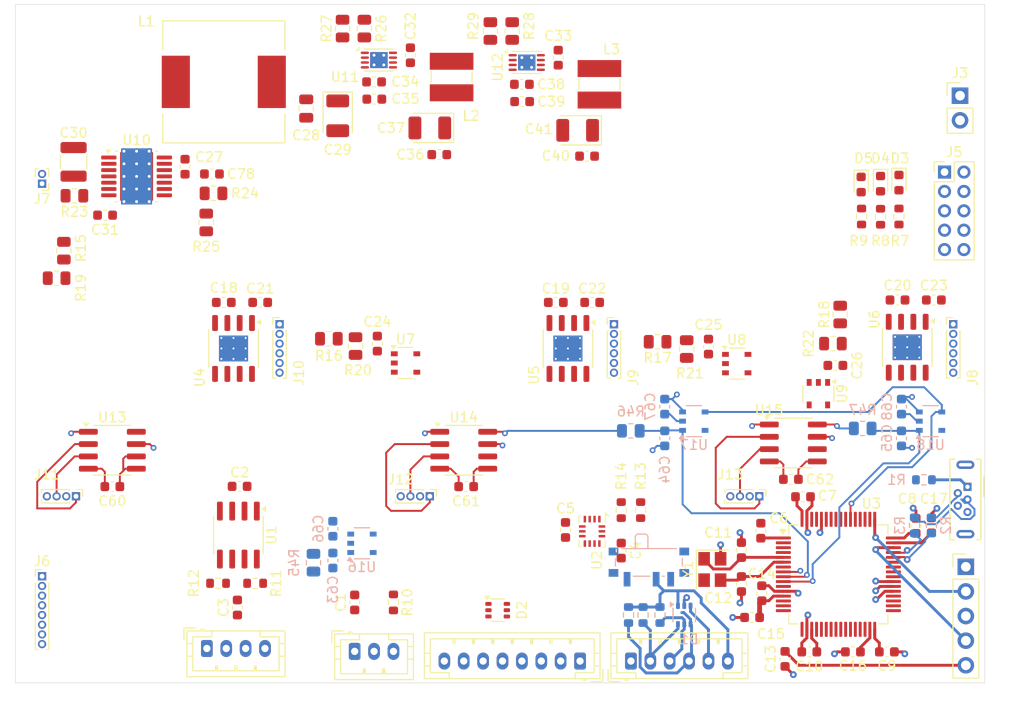
<source format=kicad_pcb>
(kicad_pcb (version 20240108) (generator "pcbnew") (generator_version "8.0")
  (title_block (comment 2 "BREKESHEV BAKTIYAR"))
  (layers (0 "F.Cu" signal) (1 "In1.Cu" signal) (2 "In2.Cu" signal) (31 "B.Cu" signal) (34 "B.Paste" user) (35 "F.Paste" user) (36 "B.SilkS" user "B.Silkscreen") (37 "F.SilkS" user "F.Silkscreen") (38 "B.Mask" user) (39 "F.Mask" user) (44 "Edge.Cuts" user))
  (net 0 "")
  (net 1 "/MCU/SERVO")
  (net 2 "GND")
  (net 3 "+5V")
  (net 4 "Net-(C3-Pad1)")
  (net 5 "VCC")
  (net 6 "Net-(U3-PH0-OSC_IN)")
  (net 7 "Net-(U3-PH1-OSC_OUT)")
  (net 8 "NRST")
  (net 9 "Net-(U3-VCAP1)")
  (net 10 "Net-(U3-VCAP2)")
  (net 11 "/Mosfet driver/HS1")
  (net 12 "Net-(U4-HB)")
  (net 13 "Net-(U5-HB)")
  (net 14 "/Mosfet driver/HS2")
  (net 15 "Net-(U6-HB)")
  (net 16 "/Mosfet driver/HS3")
  (net 17 "+12V")
  (net 18 "Net-(U7-IO_XA)")
  (net 19 "/MCU/VOLTAGE_1")
  (net 20 "Net-(U8-IO_XA)")
  (net 21 "/MCU/VOLTAGE_2")
  (net 22 "Net-(U9-IO_XA)")
  (net 23 "/MCU/VOLTAGE_3")
  (net 24 "Net-(C27-Pad2)")
  (net 25 "Net-(U10-BST)")
  (net 26 "V_IN")
  (net 27 "Net-(U10-SS)")
  (net 28 "Net-(U11-SW)")
  (net 29 "Net-(U11-BOOST)")
  (net 30 "Net-(U12-BOOST)")
  (net 31 "Net-(U12-SW)")
  (net 32 "Net-(U11-VCC)")
  (net 33 "Net-(U12-VCC)")
  (net 34 "/MCU/CURRENT_1")
  (net 35 "/MCU/CURRENT_2")
  (net 36 "/MCU/CURRENT_3")
  (net 37 "Net-(U16-IO_YA)")
  (net 38 "Net-(U17-IO_YA)")
  (net 39 "Net-(U18-IO_YA)")
  (net 40 "/MCU/ADC_TEMP")
  (net 41 "/MCU/ADC_TEMP2")
  (net 42 "/MCU/ADC_TEMP3")
  (net 43 "Net-(U10-VCC)")
  (net 44 "/MCU/HALL_1")
  (net 45 "Net-(P4-Pin_6)")
  (net 46 "/MCU/HALL_3")
  (net 47 "/MCU/TEMP_MOTOR")
  (net 48 "/MCU/HALL_2")
  (net 49 "/MCU/MISO_ADC_EXT2")
  (net 50 "/MCU/RX_SDA_NSS")
  (net 51 "/MCU/ADC_15")
  (net 52 "/MCU/TX_SCL_MOSI")
  (net 53 "/MCU/SCK_ADC_EXT")
  (net 54 "Net-(D3-A)")
  (net 55 "Net-(D4-A)")
  (net 56 "Net-(D5-A)")
  (net 57 "/Mosfet driver/HO1")
  (net 58 "/Mosfet driver/HO2")
  (net 59 "/Mosfet driver/HO3")
  (net 60 "/Mosfet driver/LO1")
  (net 61 "/Mosfet driver/LO2")
  (net 62 "/Mosfet driver/LO3")
  (net 63 "/CAN bus transceiver/CANL")
  (net 64 "/CAN bus transceiver/CANH")
  (net 65 "Net-(J4-Pin_3)")
  (net 66 "PB12")
  (net 67 "PA15")
  (net 68 "PB4")
  (net 69 "PB3")
  (net 70 "PB2")
  (net 71 "PC13")
  (net 72 "PC14")
  (net 75 "PC15")
  (net 76 "SWCLK")
  (net 77 "SWDIO")
  (net 78 "Net-(USB1-VBUS)")
  (net 79 "/MCU/LED_RED")
  (net 80 "/MCU/LED_GREEN")
  (net 81 "/MCU/AN_IN")
  (net 82 "Net-(U10-RON)")
  (net 83 "Net-(U10-FB)")
  (net 84 "Net-(U11-V_FB)")
  (net 85 "Net-(U12-V_FB)")
  (net 86 "/Power MOSFETS/C_A")
  (net 87 "/Power MOSFETS/C_B")
  (net 88 "/Power MOSFETS/C_C")
  (net 89 "/CAN bus transceiver/CAN_TX")
  (net 90 "/CAN bus transceiver/CAN_RX")
  (net 97 "/MCU/H1")
  (net 98 "/MCU/L1")
  (net 99 "/MCU/PC12")
  (net 100 "/MCU/PC11_UART_RX")
  (net 101 "/MCU/H3")
  (net 102 "/MCU/L2")
  (net 103 "/MCU/CURR_FILTER")
  (net 104 "/MCU/PC9")
  (net 105 "/MCU/H2")
  (net 106 "/MCU/PC10_UART_TX")
  (net 107 "/MCU/L3")
  (net 109 "Net-(J11-Pin_1)")
  (net 110 "Net-(J11-Pin_3)")
  (net 111 "Net-(J12-Pin_1)")
  (net 112 "Net-(J12-Pin_3)")
  (net 113 "Net-(J13-Pin_1)")
  (net 114 "Net-(J13-Pin_3)")
  (net 115 "/MCU/USB_D+")
  (net 116 "/MCU/USB_D-")
  (net 117 "/USB_+")
  (net 118 "/USB_-")
  (footprint "Resistor_SMD:R_0603_1608Metric" (layer "F.Cu") (at 120.9 209.3875 -90)
    (property "Reference" "R7")
    (property "Value" "100R")
  )
  (footprint "Resistor_SMD:R_0805_2012Metric" (layer "F.Cu") (at 64.8375 222.75 -90)
    (property "Reference" "R20")
    (property "Value" "2k2")
  )
  (footprint "Capacitor_SMD:C_0603_1608Metric" (layer "F.Cu") (at 64.75 249.2 90)
    (property "Reference" "C1")
    (property "Value" "100n")
  )
  (footprint "Capacitor_SMD:C_0603_1608Metric" (layer "F.Cu") (at 92.25 243.85 90)
    (property "Reference" "C4")
    (property "Value" "100n")
  )
  (footprint "Connector_PinHeader_1.00mm:PinHeader_1x06_P1.00mm_Vertical" (layer "F.Cu") (at 91.5 220.5)
    (property "Reference" "J9")
    (property "Value" "GATE_PH_B")
  )
  (footprint "Resistor_SMD:R_0805_2012Metric" (layer "F.Cu") (at 63.5 190 90)
    (property "Reference" "R27")
    (property "Value" "10k")
  )
  (footprint "Capacitor_SMD:C_0603_1608Metric" (layer "F.Cu") (at 55 218.25)
    (property "Reference" "C21")
    (property "Value" "2.2u")
  )
  (footprint "Capacitor_SMD:C_0603_1608Metric" (layer "F.Cu") (at 47.25 204.25 90)
    (property "Reference" "C27")
    (property "Value" "100n")
  )
  (footprint "Package_LGA:Bosch_LGA-14_3x2.5mm_P0.5mm" (layer "F.Cu") (at 89.245 241.865 -90)
    (property "Reference" "U2")
    (property "Value" "BMI160")
  )
  (footprint "Package_SO:SOIC-8_3.9x4.9mm_P1.27mm" (layer "F.Cu") (at 39.75 233.5)
    (property "Reference" "U13")
    (property "Value" "INA240")
  )
  (footprint "Package_SO:SOIC-8_3.9x4.9mm_P1.27mm" (layer "F.Cu") (at 110 232.75)
    (property "Reference" "U15")
    (property "Value" "INA240")
  )
  (footprint "Capacitor_SMD:C_0603_1608Metric" (layer "F.Cu") (at 105.75 250.75)
    (property "Reference" "C15")
    (property "Value" "2.2u")
  )
  (footprint "Capacitor_SMD:C_0603_1608Metric" (layer "F.Cu") (at 82 195.75)
    (property "Reference" "C38")
    (property "Value" "2.2u")
  )
  (footprint "Capacitor_SMD:C_1210_3225Metric" (layer "F.Cu") (at 35.75 203.75 90)
    (property "Reference" "C30")
    (property "Value" "4.7u_100V")
  )
  (footprint "Capacitor_Tantalum_SMD:CP_EIA-3528-15_AVX-H" (layer "F.Cu") (at 72.5 200.25 180)
    (property "Reference" "C37")
    (property "Value" "100u")
  )
  (footprint "Capacitor_SMD:C_0603_1608Metric" (layer "F.Cu") (at 120.75 218 180)
    (property "Reference" "C20")
    (property "Value" "100n")
  )
  (footprint "Crystal:Crystal_SMD_3225-4Pin_3.2x2.5mm" (layer "F.Cu") (at 101.65 245.8 -90)
    (property "Reference" "Y1")
    (property "Value" "8M")
  )
  (footprint "Package_SO:Infineon_PG-DSO-8-27_3.9x4.9mm_EP2.65x3mm_ThermalVias" (layer "F.Cu") (at 86.75 223 -90)
    (property "Reference" "U5")
    (property "Value" "UCC2721x")
  )
  (footprint "Capacitor_SMD:C_0603_1608Metric" (layer "F.Cu") (at 111.65 254.3)
    (property "Reference" "C10")
    (property "Value" "2.2u")
  )
  (footprint "Resistor_SMD:R_0603_1608Metric" (layer "F.Cu") (at 119 209.4125 -90)
    (property "Reference" "R8")
    (property "Value" "100R")
  )
  (footprint "Resistor_SMD:R_0805_2012Metric" (layer "F.Cu") (at 114.0875 222.5 180)
    (property "Reference" "R22")
    (property "Value" "2k2")
  )
  (footprint "Connector_PinHeader_1.00mm:PinHeader_1x04_P1.00mm_Vertical" (layer "F.Cu") (at 106.5 238.25 -90)
    (property "Reference" "J13")
    (property "Value" "CURR_SENS_PH_C")
  )
  (footprint "Connector_PinHeader_1.00mm:PinHeader_1x08_P1.00mm_Vertical" (layer "F.Cu") (at 32.5 246.5)
    (property "Reference" "J6")
    (property "Value" "TEMP_SENS")
  )
  (footprint "Package_DFN_QFN:TDFN-8-1EP_3x2mm_P0.5mm_EP1.80x1.65mm_ThermalVias" (layer "F.Cu") (at 82.5 193.5)
    (property "Reference" "U12")
    (property "Value" "MCP16311/2")
  )
  (footprint "Capacitor_SMD:C_0603_1608Metric" (layer "F.Cu") (at 85.75 193 -90)
    (property "Reference" "C33")
    (property "Value" "100n")
  )
  (footprint "Resistor_SMD:R_0805_2012Metric" (layer "F.Cu") (at 49.4375 210 90)
    (property "Reference" "R25")
    (property "Value" "2k")
  )
  (footprint "Capacitor_SMD:C_0603_1608Metric" (layer "F.Cu") (at 106.65 241.8 -90)
    (property "Reference" "C6")
    (property "Value" "2.2u")
  )
  (footprint "Connector_USB:USB_Micro-B_Wuerth_614105150721_Vertical" (layer "F.Cu") (at 127.97 237.275 -90)
    (property "Reference" "USB1" (hide yes))
    (property "Value" "USB Micro  U-D-M5DD-W-1")
  )
  (footprint "Capacitor_SMD:C_0603_1608Metric" (layer "F.Cu") (at 124.25 241.25 90)
    (property "Reference" "C17")
    (property "Value" "2.2u")
  )
  (footprint "Capacitor_SMD:C_0603_1608Metric" (layer "F.Cu") (at 85.5 218.25 180)
    (property "Reference" "C19")
    (property "Value" "100n")
  )
  (footprint "Connector_PinHeader_2.54mm:PinHeader_1x05_P2.54mm_Vertical" (layer "F.Cu") (at 127.8 245.525)
    (property "Reference" "P5" (hide yes))
    (property "Value" "SWD")
  )
  (footprint "Package_SO:TSOP-5_1.65x3.05mm_P0.95mm" (layer "F.Cu") (at 104.1625 224.56)
    (property "Reference" "U8")
    (property "Value" "MC74VHC1GT66")
  )
  (footprint "Capacitor_SMD:C_0603_1608Metric" (layer "F.Cu") (at 52.88 237.225)
    (property "Reference" "C2")
    (property "Value" "0.1u")
  )
  (footprint "Connector_PinHeader_1.00mm:PinHeader_1x06_P1.00mm_Vertical" (layer "F.Cu") (at 126.5 220.5)
    (property "Reference" "J8")
    (property "Value" "GATE_PH_C")
  )
  (footprint "Package_SO:HTSSOP-14-1EP_4.4x5mm_P0.65mm_EP3.4x5mm_Mask3x3.1mm_ThermalVias" (layer "F.Cu") (at 42.25 205.25)
    (property "Reference" "U10")
    (property "Value" "LM5161")
  )
  (footprint "Package_QFP:LQFP-64_10x10mm_P0.5mm" (layer "F.Cu") (at 114.65 246.3)
    (property "Reference" "U3")
    (property "Value" "STM32F405RGT6")
  )
  (footprint "Connector_PinHeader_1.00mm:PinHeader_1x02_P1.00mm_Vertical" (layer "F.Cu") (at 32.5 206 180)
    (property "Reference" "J7")
    (property "Value" "V_IN")
  )
  (footprint "Resistor_SMD:R_0805_2012Metric" (layer "F.Cu") (at 99 223.06 -90)
    (property "Reference" "R21")
    (property "Value" "2k2")
  )
  (footprint "Resistor_SMD:R_0805_2012Metric" (layer "F.Cu") (at 50.1875 207)
    (property "Reference" "R24")
    (property "Value" "10k")
  )
  (footprint "Connector_JST:JST_PH_B8B-PH-K_1x08_P2.00mm_Vertical" (layer "F.Cu") (at 88 255.25 180)
    (property "Reference" "J2" (hide yes))
    (property "Value" "Conn_01x08")
  )
  (footprint "Capacitor_SMD:C_0603_1608Metric" (layer "F.Cu") (at 104.65 243.8 90)
    (property "Reference" "C11")
    (property "Value" "15p")
  )
  (footprint "Resistor_SMD:R_0805_2012Metric" (layer "F.Cu") (at 114.8375 219.5 90)
    (property "Reference" "R18")
    (property "Value" "68k")
  )
  (footprint "Resistor_SMD:R_0603_1608Metric" (layer "F.Cu") (at 92.25 239.675 90)
    (property "Reference" "R14")
    (property "Value" "1k")
  )
  (footprint "Resistor_SMD:R_0805_2012Metric" (layer "F.Cu") (at 62.0875 222 180)
    (property "Reference" "R16")
    (property "Value" "68k")
  )
  (footprint "Capacitor_SMD:C_0603_1608Metric" (layer "F.Cu") (at 86.5 241.725 90)
    (property "Reference" "C5")
    (property "Value" "100n")
  )
  (footprint "Package_SO:TSOP-5_1.65x3.05mm_P0.95mm" (layer "F.Cu") (at 112.5875 227.6625 -90)
    (property "Reference" "U9")
    (property "Value" "MC74VHC1GT66")
  )
  (footprint "LED_SMD:LED_0603_1608Metric" (layer "F.Cu") (at 117 206.0875 -90)
    (property "Reference" "D5")
    (property "Value" "BLU")
  )
  (footprint "Capacitor_SMD:C_0603_1608Metric" (layer "F.Cu") (at 67.0875 222.5 -90)
    (property "Reference" "C24")
    (property "Value" "100n")
  )
  (footprint "Capacitor_SMD:C_0603_1608Metric" (layer "F.Cu") (at 111 238.3 180)
    (property "Reference" "C7")
    (property "Value" "2.2u")
  )
  (footprint "Resistor_SMD:R_0805_2012Metric" (layer "F.Cu") (at 34.75 212.9125 -90)
    (property "Reference" "R15")
    (property "Value" "68k")
  )
  (footprint "Capacitor_SMD:C_0603_1608Metric" (layer "F.Cu") (at 89.25 218.25)
    (property "Reference" "C22")
    (property "Value" "2.2u")
  )
  (footprint "Capacitor_SMD:C_0603_1608Metric" (layer "F.Cu") (at 51.25 218.25 180)
    (property "Reference" "C18")
    (property "Value" "100n")
  )
  (footprint "Connector_JST:JST_PH_B6B-PH-K_1x06_P2.00mm_Vertical" (layer "F.Cu") (at 93.25 255.25)
    (property "Reference" "P4" (hide yes))
    (property "Value" "HALL/Encoder")
  )
  (footprint "Capacitor_SMD:C_0603_1608Metric" (layer "F.Cu") (at 116.15 254.3 180)
    (property "Reference" "C16")
    (property "Value" "2.2u")
  )
  (footprint "Resistor_SMD:R_0603_1608Metric" (layer "F.Cu") (at 117.04 209.3875 -90)
    (property "Reference" "R9")
    (property "Value" "2k2")
  )
  (footprint "Capacitor_Tantalum_SMD:CP_EIA-3528-15_AVX-H" (layer "F.Cu") (at 63 199 -90)
    (property "Reference" "C29")
    (property "Value" "22u_16v")
  )
  (footprint "Capacitor_SMD:C_0603_1608Metric" (layer "F.Cu") (at 73.475 203 180)
    (property "Reference" "C36")
    (property "Value" "2.2u")
  )
  (footprint "Connector_PinHeader_1.00mm:PinHeader_1x04_P1.00mm_Vertical" (layer "F.Cu") (at 36 238.25 -90)
    (property "Reference" "J11")
    (property "Value" "CURR_SENS_PH_A")
  )
  (footprint "Capacitor_SMD:C_0603_1608Metric" (layer "F.Cu") (at 88.725 203.1625 180)
    (property "Reference" "C40")
    (property "Value" "2.2u")
  )
  (footprint "Package_SO:TSOP-5_1.65x3.05mm_P0.95mm" (layer "F.Cu") (at 69.9975 224.5)
    (property "Reference" "U7")
    (property "Value" "MC74VHC1GT66")
  )
  (footprint "Connector_PinHeader_1.00mm:PinHeader_1x04_P1.00mm_Vertical" (layer "F.Cu") (at 72.5 238.25 -90)
    (property "Reference" "J12")
    (property "Value" "CURR_SENS_PH_B")
  )
  (footprint "Resistor_SMD:R_0805_2012Metric" (layer "F.Cu") (at 65.75 190 -90)
    (property "Reference" "R26")
    (property "Value" "52.3k")
  )
  (footprint "Capacitor_SMD:C_0603_1608Metric" (layer "F.Cu") (at 114.3375 224.75 180)
    (property "Reference" "C26")
    (property "Value" "100n")
  )
  (footprint "Capacitor_SMD:C_0603_1608Metric" (layer "F.Cu") (at 39.75 237.25 180)
    (property "Reference" "C60")
    (property "Value" "2.2u")
  )
  (footprint "Capacitor_SMD:C_0603_1608Metric" (layer "F.Cu") (at 101.25 222.81 -90)
    (property "Reference" "C25")
    (property "Value" "100n")
  )
  (footprint "Capacitor_SMD:C_0603_1608Metric" (layer "F.Cu") (at 119.65 254.3 180)
    (property "Reference" "C9")
    (property "Value" "2.2u")
  )
  (footprint "Capacitor_SMD:C_0603_1608Metric" (layer "F.Cu") (at 50.025 205)
    (property "Reference" "C78")
    (property "Value" "2.2u")
  )
  (footprint "Capacitor_SMD:C_0805_2012Metric" (layer "F.Cu") (at 59.75 198.25 -90)
    (property "Reference" "C28")
    (property "Value" "2.2u")
  )
  (footprint "Inductor_SMD:L_Ferrocore_DLG-0403" (layer "F.Cu") (at 74.75 195 90)
    (property "Reference" "L2")
    (property "Value" "22u")
  )
  (footprint "Capacitor_SMD:C_0603_1608Metric" (layer "F.Cu") (at 124.5 218)
    (property "Reference" "C23")
    (property "Value" "2.2u")
  )
  (footprint "Package_SO:SOIC-8_3.9x4.9mm_P1.27mm" (layer "F.Cu") (at 52.75 242.25 -90)
    (property "Reference" "U1")
    (property "Value" "TJA1051T/3/1J")
  )
  (footprint "Connector_JST:JST_PH_B4B-PH-K_1x04_P2.00mm_Vertical" (layer "F.Cu") (at 49.5 253.95)
    (property "Reference" "J1" (hide yes))
    (property "Value" "CAN")
  )
  (footprint "Resistor_SMD:R_0603_1608Metric" (layer "F.Cu") (at 54.48 247.225 180)
    (property "Reference" "R11")
    (property "Value" "60")
  )
  (footprint "Capacitor_SMD:C_0603_1608Metric" (layer "F.Cu") (at 109.15 255.025 90)
    (property "Reference" "C13")
    (property "Value" "100n")
  )
  (footprint "Connector_PinHeader_2.00mm:PinHeader_2x05_P2.00mm_Vertical" (layer "F.Cu") (at 125.6 204.8)
    (property "Reference" "J5")
    (property "Value" "UNUSED MCU PINS")
  )
  (footprint "Package_SO:Infineon_PG-DSO-8-27_3.9x4.9mm_EP2.65x3mm_ThermalVias" (layer "F.Cu") (at 52.25 223 -90)
    (property "Reference" "U4")
    (property "Value" "UCC2721x")
  )
  (footprint "Resistor_SMD:R_0805_2012Metric" (layer "F.Cu") (at 96 222.31 180)
    (property "Reference" "R17")
    (property "Value" "68k")
  )
  (footprint "Capacitor_SMD:C_0603_1608Metric" (layer "F.Cu") (at 106.75 248.25 -90)
    (property "Reference" "C14")
    (property "Value" "2.2u")
  )
  (footprint "Capacitor_SMD:C_0603_1608Metric" (layer "F.Cu") (at 66.75 195.5)
    (property "Reference" "C34")
    (property "Value" "2.2u")
  )
  (footprint "Connector_PinHeader_1.00mm:PinHeader_1x06_P1.00mm_Vertical" (layer "F.Cu") (at 57 220.5)
    (property "Reference" "J10")
    (property "Value" "GATE_PH_A")
  )
  (footprint "Capacitor_SMD:C_0603_1608Metric" (layer "F.Cu") (at 82.025 197.53)
    (property "Reference" "C39")
    (property "Value" "2.2u")
  )
  (footprint "Package_TO_SOT_SMD:SOT-363_SC-70-6" (layer "F.Cu") (at 79.5 250)
    (property "Reference" "D2")
    (property "Value" " SMF05CT1G")
  )
  (footprint "Package_SO:Infineon_PG-DSO-8-27_3.9x4.9mm_EP2.65x3mm_ThermalVias" (layer "F.Cu") (at 121.75 222.875 -90)
    (property "Reference" "U6")
    (property "Value" "UCC2721x")
  )
  (footprint "Capacitor_SMD:C_0603_1608Metric" (layer "F.Cu") (at 39 209.25)
    (property "Reference" "C31")
    (property "Value" "10n")
  )
  (footprint "Connector_PinHeader_2.54mm:PinHeader_1x02_P2.54mm_Vertical" (layer "F.Cu") (at 127.2 196.925)
    (property "Reference" "J3")
    (property "Value" "Conn_01x03")
  )
  (footprint "Resistor_SMD:R_0805_2012Metric" (layer "F.Cu") (at 34 215.75)
    (property "Reference" "R19")
    (property "Value" "2.2k")
  )
  (footprint "Package_SO:SOIC-8_3.9x4.9mm_P1.27mm" (layer "F.Cu") (at 76 233.5)
    (property "Reference" "U14")
    (property "Value" "INA240")
  )
  (footprint "Connector_JST:JST_PH_B3B-PH-K_1x03_P2.00mm_Vertical" (layer "F.Cu") (at 64.75 254.25)
    (property "Reference" "J4" (hide yes))
    (property "Value" "Conn_01x03")
  )
  (footprint "Capacitor_SMD:C_0603_1608Metric" (layer "F.Cu") (at 52.655 249.725 90)
    (property "Reference" "C3")
    (property "Value" "1nF")
  )
  (footprint "Capacitor_SMD:C_0603_1608Metric" (layer "F.Cu") (at 70.5 192.75 -90)
    (property "Reference" "C32")
    (property "Value" "100n")
  )
  (footprint "Resistor_SMD:R_0805_2012Metric" (layer "F.Cu") (at 35.8375 207.25 180)
    (property "Reference" "R23")
    (property "Value" "402k")
  )
  (footprint "Resistor_SMD:R_0603_1608Metric" (layer "F.Cu") (at 68.75 249.2 -90)
    (property "Reference" "R10")
    (property "Value" "100R")
  )
  (footprint "LED_SMD:LED_0603_1608Metric" (layer "F.Cu") (at 119 206 -90)
    (property "Reference" "D4")
    (property "Value" "GRN")
  )
  (footprint "Capacitor_Tantalum_SMD:CP_EIA-3528-15_AVX-H" (layer "F.Cu") (at 87.75 200.5 180)
    (property "Reference" "C41")
    (property "Value" "100u")
  )
  (footprint "Resistor_SMD:R_0603_1608Metric" (layer "F.Cu") (at 50.655 247.225 180)
    (property "Reference" "R12")
    (property "Value" "60")
  )
  (footprint "Resistor_SMD:R_0805_2012Metric" (layer "F.Cu") (at 78.75 190.25 90)
    (property "Reference" "R29")
    (property "Value" "10k")
  )
  (footprint "Capacitor_SMD:C_0603_1608Metric" (layer "F.Cu") (at 122.65 241.3 -90)
    (property "Reference" "C8")
    (property "Value" "2.2u")
  )
  (footprint "Resistor_SMD:R_0805_2012Metric" (layer "F.Cu") (at 81 190.25 -90)
    (property "Reference" "R28")
    (property "Value" "33k")
  )
  (footprint "Capacitor_SMD:C_0603_1608Metric" (layer "F.Cu") (at 104.65 247.3 -90)
    (property "Reference" "C12")
    (property "Value" "15p")
  )
  (footprint "LED_SMD:LED_0603_1608Metric" (layer "F.Cu") (at 120.9 205.8875 -90)
    (property "Reference" "D3")
    (property "Value" "RED")
  )
  (footprint "Resistor_SMD:R_0603_1608Metric" (layer "F.Cu") (at 94.25 239.675 -90)
    (property "Reference" "R13")
    (property "Value" "1k")
  )
  (footprint "Capacitor_SMD:C_0603_1608Metric" (layer "F.Cu") (at 76.25 237.25 180)
    (property "Reference" "C61")
    (property "Value" "2.2u")
  )
  (footprint "Capacitor_SMD:C_0603_1608Metric" (layer "F.Cu") (at 109.75 236.5 180)
    (property "Reference" "C62")
    (property "Value" "2.2u")
  )
  (footprint "Inductor_SMD:L_Ferrocore_DLG-0403" (layer "F.Cu") (at 90 195.75 90)
    (property "Reference" "L3")
    (property "Value" "22u")
  )
  (footprint "Package_DFN_QFN:TDFN-8-1EP_3x2mm_P0.5mm_EP1.80x1.65mm_ThermalVias" (layer "F.Cu") (at 67.25 193.25)
    (property "Reference" "U11")
    (property "Value" "MCP16311/2")
  )
  (footprint "Inductor_SMD:L_12x12mm_H8mm" (layer "F.Cu") (at 51.25 195.5 180)
    (property "Reference" "L1")
    (property "Value" "100u")
  )
  (footprint "Capacitor_SMD:C_0603_1608Metric" (layer "F.Cu") (at 66.775 197.28)
    (property "Reference" "C35")
    (property "Value" "2.2u")
  )
  (footprint "Resistor_SMD:R_0603_1608Metric" (layer "B.Cu") (at 93 250.5 -90)
    (property "Reference" "R4" (hide yes))
    (property "Value" "2k2")
  )
  (footprint "Resistor_SMD:R_0603_1608Metric" (layer "B.Cu") (at 94.5 250.5 -90)
    (property "Reference" "R6" (hide yes))
    (property "Value" "2k2")
  )
  (footprint "Capacitor_SMD:C_0603_1608Metric" (layer "B.Cu") (at 121.16 232.275 -90)
    (property "Reference" "C65")
    (property "Value" "1n")
  )
  (footprint "Resistor_SMD:R_0603_1608Metric" (layer "B.Cu") (at 96.25 250.5 -90)
    (property "Reference" "R5" (hide yes))
    (property "Value" "2k2")
  )
  (footprint "Package_TO_SOT_SMD:SOT-363_SC-70-6" (layer "B.Cu") (at 98.75 250.5 -90)
    (property "Reference" "D1")
    (property "Value" " SMF05CT1G")
  )
  (footprint "Package_SO:TSOP-5_1.65x3.05mm_P0.95mm" (layer "B.Cu") (at 65.5 243.1)
    (property "Reference" "U16")
    (property "Value" "MC74VHC1GT66")
  )
  (footprint "Capacitor_SMD:C_0603_1608Metric" (layer "B.Cu") (at 121.16 229 90)
    (property "Reference" "C68")
    (property "Value" "15n")
  )
  (footprint "Resistor_SMD:R_0805_2012Metric" (layer "B.Cu") (at 60.5 245.1 90)
    (property "Reference" "R45")
    (property "Value" "1k")
  )
  (footprint "Capacitor_SMD:C_0603_1608Metric" (layer "B.Cu") (at 96.7375 229 90)
    (property "Reference" "C67")
    (property "Value" "15n")
  )
  (footprint "Resistor_SMD:R_0603_1608Metric" (layer "B.Cu") (at 124.25 241.25 90)
    (property "Reference" "R3")
    (property "Value" "22R")
  )
  (footprint "Resistor_SMD:R_0805_2012Metric" (layer "B.Cu") (at 93.2375 231.5)
    (property "Reference" "R46")
    (property "Value" "1k")
  )
  (footprint "Resistor_SMD:R_0603_1608Metric" (layer "B.Cu") (at 122.5 241.25 90)
    (property "Reference" "R2")
    (property "Value" "22R")
  )
  (footprint "Package_SO:TSOP-5_1.65x3.05mm_P0.95mm" (layer "B.Cu") (at 99.7375 230.5)
    (property "Reference" "U17")
    (property "Value" "MC74VHC1GT66")
  )
  (footprint "Package_SO:TSOP-5_1.65x3.05mm_P0.95mm" (layer "B.Cu") (at 124.16 230.5)
    (property "Reference" "U18")
    (property "Value" "MC74VHC1GT66")
  )
  (footprint "Resistor_SMD:R_0805_2012Metric" (layer "B.Cu") (at 117.16 231.25)
    (property "Reference" "R47")
    (property "Value" "1k")
  )
  (footprint "Capacitor_SMD:C_0603_1608Metric" (layer "B.Cu") (at 62.5 241.6 90)
    (property "Reference" "C66")
    (property "Value" "15n")
  )
  (footprint "Capacitor_SMD:C_0603_1608Metric" (layer "B.Cu") (at 96.7375 232.275 -90)
    (property "Reference" "C64")
    (property "Value" "1n")
  )
  (footprint "Resistor_SMD:R_0603_1608Metric" (layer "B.Cu") (at 123.475 236.55)
    (property "Reference" "R1")
    (property "Value" "22R")
  )
  (footprint "Button_Switch_SMD:SW_SPDT_PCM12" (layer "B.Cu") (at 95.1 245.375)
    (property "Reference" "SW1" (hide yes))
    (property "Value" "SW_Push_SPDT")
  )
  (footprint "Capacitor_SMD:C_0603_1608Metric" (layer "B.Cu") (at 62.5 244.875 -90)
    (property "Reference" "C63")
    (property "Value" "1n")
  )
  (gr_rect (start 29.75 187.5) (end 129.75 257.5) (stroke (width 0.05)) (fill none) (layer "Edge.Cuts"))
  (segment (start 115.375 254.3) (end 114.45 254.3) (width 0.3) (layer "F.Cu") (net 2))
  (segment (start 124.25 240.057561) (end 124.814185 239.493376) (width 0.3) (layer "F.Cu") (net 2))
  (segment (start 43.615 232.865) (end 42.225 232.865) (width 0.2) (layer "F.Cu") (net 2))
  (segment (start 74.655 235.405) (end 75.475 236.225) (width 0.2) (layer "F.Cu") (net 2))
  (segment (start 38.975 235.725) (end 38.975 237.25) (width 0.2) (layer "F.Cu") (net 2))
  (segment (start 111.65 239.5) (end 111.925 239.225) (width 0.3) (layer "F.Cu") (net 2))
  (segment (start 113.865 232.115) (end 112.475 232.115) (width 0.2) (layer "F.Cu") (net 2))
  (segment (start 105.905 230.845) (end 107.525 230.845) (width 0.2) (layer "F.Cu") (net 2))
  (segment (start 104.65 243.025) (end 104.65 242.15) (width 0.3) (layer "F.Cu") (net 2))
  (segment (start 108.975 248.05) (end 108.05 248.05) (width 0.3) (layer "F.Cu") (net 2))
  (segment (start 107.475 247.475) (end 106.75 247.475) (width 0.3) (layer "F.Cu") (net 2))
  (segment (start 122.65 240.525) (end 122.65 239.75825) (width 0.3) (layer "F.Cu") (net 2))
  (segment (start 114.45 254.3) (end 114.25 254.5) (width 0.3) (layer "F.Cu") (net 2))
  (segment (start 108.975 248.05) (end 110.3 248.05) (width 0.3) (layer "F.Cu") (net 2))
  (segment (start 121.5 254.5) (end 121.3 254.3) (width 0.3) (layer "F.Cu") (net 2))
  (segment (start 111.4 241.9) (end 111.5 242) (width 0.3) (layer "F.Cu") (net 2))
  (segment (start 35.655 231.595) (end 37.275 231.595) (width 0.2) (layer "F.Cu") (net 2))
  (segment (start 104.975 250.75) (end 103.75 250.75) (width 0.3) (layer "F.Cu") (net 2))
  (segment (start 111.4 239.74688) (end 111.64688 239.5) (width 0.3) (layer "F.Cu") (net 2))
  (segment (start 109.15 255.8) (end 110 256.65) (width 0.3) (layer "F.Cu") (net 2))
  (segment (start 111.15312 253.1) (end 111.15 253.1) (width 0.3) (layer "F.Cu") (net 2))
  (segment (start 108.05 248.05) (end 107.475 247.475) (width 0.3) (layer "F.Cu") (net 2))
  (segment (start 102.5 244.7) (end 102.5 243.25) (width 0.3) (layer "F.Cu") (net 2))
  (segment (start 124.25 240.475) (end 124.25 240.057561) (width 0.3) (layer "F.Cu") (net 2))
  (segment (start 108.655 234.655) (end 108.975 234.975) (width 0.2) (layer "F.Cu") (net 2))
  (segment (start 122.65 239.75825) (end 122.36675 239.475) (width 0.3) (layer "F.Cu") (net 2))
  (segment (start 75.475 236.225) (end 75.475 237.25) (width 0.2) (layer "F.Cu") (net 2))
  (segment (start 44 233.25) (end 43.615 232.865) (width 0.2) (layer "F.Cu") (net 2))
  (segment (start 105.75 231) (end 105.905 230.845) (width 0.2) (layer "F.Cu") (net 2))
  (segment (start 111.4 250.6) (end 111.5 250.5) (width 0.3) (layer "F.Cu") (net 2))
  (segment (start 114 232.25) (end 113.865 232.115) (width 0.2) (layer "F.Cu") (net 2))
  (segment (start 111.15 253.1) (end 110.875 253.375) (width 0.3) (layer "F.Cu") (net 2))
  (segment (start 35.5 231.75) (end 35.655 231.595) (width 0.2) (layer "F.Cu") (net 2))
  (segment (start 72.155 231.595) (end 73.525 231.595) (width 0.2) (layer "F.Cu") (net 2))
  (segment (start 111.4 251.975) (end 111.4 252.85312) (width 0.3) (layer "F.Cu") (net 2))
  (segment (start 107.525 234.655) (end 108.655 234.655) (width 0.2) (layer "F.Cu") (net 2))
  (segment (start 79.865 232.865) (end 78.475 232.865) (width 0.2) (layer "F.Cu") (net 2))
  (segment (start 104.65 242.15) (end 104.5 242) (width 0.3) (layer "F.Cu") (net 2))
  (segment (start 80 233) (end 79.865 232.865) (width 0.2) (layer "F.Cu") (net 2))
  (segment (start 111.64688 239.5) (end 111.65 239.5) (width 0.3) (layer "F.Cu") (net 2))
  (segment (start 111.4 252.85312) (end 111.15312 253.1) (width 0.3) (layer "F.Cu") (net 2))
  (segment (start 111.4 240.625) (end 111.4 241.9) (width 0.3) (layer "F.Cu") (net 2))
  (segment (start 112.9 240.625) (end 112.9 241.85) (width 0.3) (layer "F.Cu") (net 2))
  (segment (start 110.875 253.375) (end 110.875 254.3) (width 0.3) (layer "F.Cu") (net 2))
  (segment (start 72 231.75) (end 72.155 231.595) (width 0.2) (layer "F.Cu") (net 2))
  (segment (start 37.275 235.405) (end 38.655 235.405) (width 0.2) (layer "F.Cu") (net 2))
  (segment (start 111.4 240.625) (end 111.4 239.74688) (width 0.3) (layer "F.Cu") (net 2))
  (segment (start 111.925 239.225) (end 111.925 238.3) (width 0.3) (layer "F.Cu") (net 2))
  (segment (start 73.525 235.405) (end 74.655 235.405) (width 0.2) (layer "F.Cu") (net 2))
  (segment (start 104.65 248.075) (end 104.65 249.1) (width 0.3) (layer "F.Cu") (net 2))
  (segment (start 104.65 249.1) (end 104.5 249.25) (width 0.3) (layer "F.Cu") (net 2))
  (segment (start 121.3 254.3) (end 120.425 254.3) (width 0.3) (layer "F.Cu") (net 2))
  (segment (start 111.4 251.975) (end 111.4 250.6) (width 0.3) (layer "F.Cu") (net 2))
  (segment (start 108.975 234.975) (end 108.975 236.5) (width 0.2) (layer "F.Cu") (net 2))
  (segment (start 110.3 248.05) (end 110.5 248.25) (width 0.3) (layer "F.Cu") (net 2))
  (segment (start 38.655 235.405) (end 38.975 235.725) (width 0.2) (layer "F.Cu") (net 2))
  (segment (start 112.9 241.85) (end 112.75 242) (width 0.3) (layer "F.Cu") (net 2))
  (via (at 104.5 242) (size 0.7) (drill 0.3) (layers "F.Cu" "B.Cu") (net 2))
  (via (at 110.5 248.25) (size 0.7) (drill 0.3) (layers "F.Cu" "B.Cu") (net 2))
  (via (at 35.5 231.75) (size 0.6) (drill 0.3) (layers "F.Cu" "B.Cu") (net 2))
  (via (at 110 256.65) (size 0.7) (drill 0.3) (layers "F.Cu" "B.Cu") (net 2))
  (via (at 102.5 243.25) (size 0.7) (drill 0.3) (layers "F.Cu" "B.Cu") (net 2))
  (via (at 122.25 233.25) (size 0.6) (drill 0.3) (layers "F.Cu" "B.Cu") (net 2))
  (via (at 99 248.7) (size 0.7) (drill 0.3) (layers "F.Cu" "B.Cu") (net 2))
  (via (at 111.5 242) (size 0.7) (drill 0.3) (layers "F.Cu" "B.Cu") (net 2))
  (via (at 114.25 254.5) (size 0.7) (drill 0.3) (layers "F.Cu" "B.Cu") (net 2))
  (via (at 97.9875 227.75) (size 0.6) (drill 0.3) (layers "F.Cu" "B.Cu") (net 2))
  (via (at 122.25 228) (size 0.6) (drill 0.3) (layers "F.Cu" "B.Cu") (net 2))
  (via (at 124.814185 239.493376) (size 0.7) (drill 0.3) (layers "F.Cu" "B.Cu") (net 2))
  (via (at 44 233.25) (size 0.6) (drill 0.3) (layers "F.Cu" "B.Cu") (net 2))
  (via (at 121.5 254.5) (size 0.7) (drill 0.3) (layers "F.Cu" "B.Cu") (net 2))
  (via (at 72 231.75) (size 0.6) (drill 0.3) (layers "F.Cu" "B.Cu") (net 2))
  (via (at 104.5 249.25) (size 0.7) (drill 0.3) (layers "F.Cu" "B.Cu") (net 2))
  (via (at 103.75 250.75) (size 0.7) (drill 0.3) (layers "F.Cu" "B.Cu") (net 2))
  (via (at 80 233) (size 0.6) (drill 0.3) (layers "F.Cu" "B.Cu") (net 2))
  (via (at 122.36675 239.475) (size 0.7) (drill 0.3) (layers "F.Cu" "B.Cu") (net 2))
  (via (at 111.5 250.5) (size 0.7) (drill 0.3) (layers "F.Cu" "B.Cu") (net 2))
  (via (at 112.75 242) (size 0.7) (drill 0.3) (layers "F.Cu" "B.Cu") (net 2))
  (via (at 95.4875 233.5) (size 0.6) (drill 0.3) (layers "F.Cu" "B.Cu") (net 2))
  (via (at 105.75 231) (size 0.6) (drill 0.3) (layers "F.Cu" "B.Cu") (net 2))
  (via (at 114 232.25) (size 0.6) (drill 0.3) (layers "F.Cu" "B.Cu") (net 2))
  (segment (start 96.7375 233.05) (end 95.9375 233.05) (width 0.2) (layer "B.Cu") (net 2))
  (segment (start 98.75 248.95) (end 99 248.7) (width 0.3) (layer "B.Cu") (net 2))
  (segment (start 122.25 228) (end 121.385 228) (width 0.2) (layer "B.Cu") (net 2))
  (segment (start 121.675 228.225) (end 121.16 228.225) (width 0.2) (layer "B.Cu") (net 2))
  (segment (start 121.36 233.25) (end 121.16 233.05) (width 0.2) (layer "B.Cu") (net 2))
  (segment (start 121.385 228) (end 121.16 228.225) (width 0.2) (layer "B.Cu") (net 2))
  (segment (start 96.7375 228.225) (end 97.5125 228.225) (width 0.2) (layer "B.Cu") (net 2))
  (segment (start 95.9375 233.05) (end 95.4875 233.5) (width 0.2) (layer "B.Cu") (net 2))
  (segment (start 98.5775 229.34) (end 97.4625 228.225) (width 0.2) (layer "B.Cu") (net 2))
  (segment (start 98.5775 229.55) (end 98.5775 229.34) (width 0.2) (layer "B.Cu") (net 2))
  (segment (start 123 229.55) (end 121.675 228.225) (width 0.2) (layer "B.Cu") (net 2))
  (segment (start 97.4625 228.225) (end 96.7375 228.225) (width 0.2) (layer "B.Cu") (net 2))
  (segment (start 122.25 233.25) (end 121.36 233.25) (width 0.2) (layer "B.Cu") (net 2))
  (segment (start 97.5125 228.225) (end 97.9875 227.75) (width 0.2) (layer "B.Cu") (net 2))
  (segment (start 98.75 249.55) (end 98.75 248.95) (width 0.3) (layer "B.Cu") (net 2))
  (segment (start 121.925 242.075) (end 122.65 242.075) (width 0.3) (layer "F.Cu") (net 5))
  (segment (start 41.115 234.135) (end 40.875 234.375) (width 0.2) (layer "F.Cu") (net 5))
  (segment (start 40.875 234.375) (end 40.875 235.625) (width 0.2) (layer "F.Cu") (net 5))
  (segment (start 112.425 253.425) (end 112.425 254.3) (width 0.3) (layer "F.Cu") (net 5))
  (segment (start 42.225 235.405) (end 41.095 235.405) (width 0.2) (layer "F.Cu") (net 5))
  (segment (start 107.475 249.025) (end 106.75 249.025) (width 0.3) (layer "F.Cu") (net 5))
  (segment (start 106.525 249.25) (end 106.75 249.025) (width 0.5) (layer "F.Cu") (net 5))
  (segment (start 41.095 235.405) (end 40.875 235.625) (width 0.2) (layer "F.Cu") (net 5))
  (segment (start 110.9 240.625) (end 110.9 239.75) (width 0.3) (layer "F.Cu") (net 5))
  (segment (start 121.45 242.55) (end 121.925 242.075) (width 0.3) (layer "F.Cu") (net 5))
  (segment (start 111.9 251.975) (end 111.9 252.9) (width 0.3) (layer "F.Cu") (net 5))
  (segment (start 106.675 242.55) (end 106.65 242.575) (width 0.3) (layer "F.Cu") (net 5))
  (segment (start 111.345 234.655) (end 110.525 235.475) (width 0.2) (layer "F.Cu") (net 5))
  (segment (start 77.025 235.725) (end 77.025 237.25) (width 0.2) (layer "F.Cu") (net 5))
  (segment (start 118.4 251.975) (end 118.4 252.9) (width 0.3) (layer "F.Cu") (net 5))
  (segment (start 108.975 242.55) (end 106.675 242.55) (width 0.3) (layer "F.Cu") (net 5))
  (segment (start 40.525 235.975) (end 40.525 237.25) (width 0.2) (layer "F.Cu") (net 5))
  (segment (start 118.875 253.375) (end 118.875 254.3) (width 0.3) (layer "F.Cu") (net 5))
  (segment (start 110.9 239.75) (end 110.375 239.225) (width 0.3) (layer "F.Cu") (net 5))
  (segment (start 77.345 235.405) (end 77.025 235.725) (width 0.2) (layer "F.Cu") (net 5))
  (segment (start 112.475 234.655) (end 111.345 234.655) (width 0.2) (layer "F.Cu") (net 5))
  (segment (start 78.475 235.405) (end 77.345 235.405) (width 0.2) (layer "F.Cu") (net 5))
  (segment (start 106.525 250.75) (end 106.525 249.25) (width 0.5) (layer "F.Cu") (net 5))
  (segment (start 108.975 248.55) (end 107.95 248.55) (width 0.3) (layer "F.Cu") (net 5))
  (segment (start 120.325 242.55) (end 121.45 242.55) (width 0.3) (layer "F.Cu") (net 5))
  (segment (start 110.525 235.475) (end 110.525 236.5) (width 0.2) (layer "F.Cu") (net 5))
  (segment (start 110.375 239.225) (end 110.375 238.3) (width 0.3) (layer "F.Cu") (net 5))
  (segment (start 42.225 234.135) (end 41.115 234.135) (width 0.2) (layer "F.Cu") (net 5))
  (segment (start 118.4 252.9) (end 118.875 253.375) (width 0.3) (layer "F.Cu") (net 5))
  (segment (start 111.9 252.9) (end 112.425 253.425) (width 0.3) (layer "F.Cu") (net 5))
  (segment (start 40.875 235.625) (end 40.525 235.975) (width 0.2) (layer "F.Cu") (net 5))
  (segment (start 107.95 248.55) (end 107.475 249.025) (width 0.3) (layer "F.Cu") (net 5))
  (segment (start 104.65 244.575) (end 103.475 245.75) (width 0.3) (layer "F.Cu") (net 6))
  (segment (start 104.65 244.575) (end 104.675 244.55) (width 0.3) (layer "F.Cu") (net 6))
  (segment (start 100.8 244.8) (end 100.8 244.7) (width 0.3) (layer "F.Cu") (net 6))
  (segment (start 101.75 245.75) (end 100.8 244.8) (width 0.3) (layer "F.Cu") (net 6))
  (segment (start 104.675 244.55) (end 108.975 244.55) (width 0.3) (layer "F.Cu") (net 6))
  (segment (start 103.475 245.75) (end 101.75 245.75) (width 0.3) (layer "F.Cu") (net 6))
  (segment (start 108.975 245.05) (end 108 245.05) (width 0.3) (layer "F.Cu") (net 7))
  (segment (start 108 245.05) (end 106.525 246.525) (width 0.3) (layer "F.Cu") (net 7))
  (segment (start 104.275 246.9) (end 104.65 246.525) (width 0.3) (layer "F.Cu") (net 7))
  (segment (start 106.525 246.525) (end 104.65 246.525) (width 0.3) (layer "F.Cu") (net 7))
  (segment (start 102.5 246.9) (end 104.275 246.9) (width 0.3) (layer "F.Cu") (net 7))
  (segment (start 110.585 255.685) (end 109.15 254.25) (width 0.3) (layer "F.Cu") (net 8))
  (segment (start 127.8 255.685) (end 110.585 255.685) (width 0.3) (layer "F.Cu") (net 8))
  (segment (start 116.925 253.825) (end 116.925 254.3) (width 0.3) (layer "F.Cu") (net 9))
  (segment (start 117.9 252.85312) (end 117.65312 253.1) (width 0.3) (layer "F.Cu") (net 9))
  (segment (start 117.65312 253.1) (end 117.65 253.1) (width 0.3) (layer "F.Cu") (net 9))
  (segment (start 117.9 251.975) (end 117.9 252.85312) (width 0.3) (layer "F.Cu") (net 9))
  (segment (start 117.65 253.1) (end 116.925 253.825) (width 0.3) (layer "F.Cu") (net 9))
  (segment (start 120.325 243.05) (end 121.8 243.05) (width 0.3) (layer "F.Cu") (net 10))
  (segment (start 124.25 242.025) (end 123.225 243.05) (width 0.3) (layer "F.Cu") (net 10))
  (segment (start 123.225 243.05) (end 121.8 243.05) (width 0.3) (layer "F.Cu") (net 10))
  (segment (start 110.724647 245.933901) (end 110.608548 246.05) (width 0.2) (layer "F.Cu") (net 34))
  (segment (start 110.608548 246.05) (end 108.975 246.05) (width 0.2) (layer "F.Cu") (net 34))
  (via (at 110.724647 245.933901) (size 0.6) (drill 0.3) (layers "F.Cu" "B.Cu") (net 34))
  (segment (start 111.4 246.362741) (end 111.212741 246.55) (width 0.2) (layer "F.Cu") (net 35))
  (segment (start 111.212741 246.55) (end 108.975 246.55) (width 0.2) (layer "F.Cu") (net 35))
  (via (at 111.4 246.362741) (size 0.6) (drill 0.3) (layers "F.Cu" "B.Cu") (net 35))
  (segment (start 94.15 231.5) (end 96.7375 231.5) (width 0.2) (layer "B.Cu") (net 35))
  (segment (start 111.5 242.919239) (end 108.580761 240) (width 0.2) (layer "B.Cu") (net 35))
  (segment (start 98.5775 239.0775) (end 98.5775 231.45) (width 0.2) (layer "B.Cu") (net 35))
  (segment (start 111.4 246.362741) (end 111.5 246.262741) (width 0.2) (layer "B.Cu") (net 35))
  (segment (start 99.5 240) (end 98.5775 239.0775) (width 0.2) (layer "B.Cu") (net 35))
  (segment (start 96.7875 231.45) (end 96.7375 231.5) (width 0.2) (layer "B.Cu") (net 35))
  (segment (start 111.5 246.262741) (end 111.5 242.919239) (width 0.2) (layer "B.Cu") (net 35))
  (segment (start 108.580761 240) (end 99.5 240) (width 0.2) (layer "B.Cu") (net 35))
  (segment (start 98.5775 231.45) (end 96.7875 231.45) (width 0.2) (layer "B.Cu") (net 35))
  (segment (start 112 247) (end 111.95 247.05) (width 0.2) (layer "F.Cu") (net 36))
  (segment (start 111.95 247.05) (end 108.975 247.05) (width 0.2) (layer "F.Cu") (net 36))
  (via (at 112 247) (size 0.6) (drill 0.3) (layers "F.Cu" "B.Cu") (net 36))
  (segment (start 121.16 231.5) (end 118.3225 231.5) (width 0.2) (layer "B.Cu") (net 36))
  (segment (start 112 245.25) (end 114.75 242.5) (width 0.2) (layer "B.Cu") (net 36))
  (segment (start 112 247) (end 112 245.25) (width 0.2) (layer "B.Cu") (net 36))
  (segment (start 114.75 239.401471) (end 119.301471 234.85) (width 0.2) (layer "B.Cu") (net 36))
  (segment (start 122.95 231.5) (end 123 231.45) (width 0.2) (layer "B.Cu") (net 36))
  (segment (start 121.16 231.5) (end 122.95 231.5) (width 0.2) (layer "B.Cu") (net 36))
  (segment (start 121.9 234.85) (end 123 233.75) (width 0.2) (layer "B.Cu") (net 36))
  (segment (start 118.3225 231.5) (end 118.0725 231.25) (width 0.2) (layer "B.Cu") (net 36))
  (segment (start 114.75 242.5) (end 114.75 239.401471) (width 0.2) (layer "B.Cu") (net 36))
  (segment (start 123 233.75) (end 123 231.45) (width 0.2) (layer "B.Cu") (net 36))
  (segment (start 119.301471 234.85) (end 121.9 234.85) (width 0.2) (layer "B.Cu") (net 36))
  (segment (start 97.2625 229.775) (end 96.7375 229.775) (width 0.2) (layer "B.Cu") (net 38))
  (segment (start 97.9875 230.5) (end 97.2625 229.775) (width 0.2) (layer "B.Cu") (net 38))
  (segment (start 98.5775 230.5) (end 97.9875 230.5) (width 0.2) (layer "B.Cu") (net 38))
  (segment (start 123 230.5) (end 122.75 230.5) (width 0.2) (layer "B.Cu") (net 39))
  (segment (start 122.75 230.5) (end 122.025 229.775) (width 0.2) (layer "B.Cu") (net 39))
  (segment (start 122.025 229.775) (end 121.16 229.775) (width 0.2) (layer "B.Cu") (net 39))
  (segment (start 120.325 248.05) (end 119.44688 248.05) (width 0.3) (layer "F.Cu") (net 44))
  (segment (start 119.44688 248.05) (end 118.596877 248.900003) (width 0.3) (layer "F.Cu") (net 44))
  (segment (start 118.596877 248.900003) (end 118.5 248.900003) (width 0.3) (layer "F.Cu") (net 44))
  (via (at 118.5 248.900003) (size 0.7) (drill 0.3) (layers "F.Cu" "B.Cu") (net 44))
  (segment (start 94.806497 256.475) (end 94.2 255.868503) (width 0.3) (layer "B.Cu") (net 44))
  (segment (start 94.2 253.95) (end 93 252.75) (width 0.3) (layer "B.Cu") (net 44))
  (segment (start 98.025 256.475) (end 94.806497 256.475) (width 0.3) (layer "B.Cu") (net 44))
  (segment (start 99.4 251.45) (end 99.4 250.942894) (width 0.3) (layer "B.Cu") (net 44))
  (segment (start 99.5 255) (end 99.5 252) (width 0.3) (layer "B.Cu") (net 44))
  (segment (start 98.707106 250.25) (end 98.5 250.25) (width 0.3) (layer "B.Cu") (net 44))
  (segment (start 93 252.75) (end 93 251.325) (width 0.3) (layer "B.Cu") (net 44))
  (segment (start 99.25 255.25) (end 99.5 255) (width 0.3) (layer "B.Cu") (net 44))
  (segment (start 99.5 251.55) (end 99.4 251.45) (width 0.3) (layer "B.Cu") (net 44))
  (segment (start 99.25 255.25) (end 98.025 256.475) (width 0.3) (layer "B.Cu") (net 44))
  (segment (start 94.2 255.868503) (end 94.2 253.95) (width 0.3) (layer "B.Cu") (net 44))
  (segment (start 99.5 252) (end 99.5 251.55) (width 0.3) (layer "B.Cu") (net 44))
  (segment (start 99.4 250.942894) (end 98.707106 250.25) (width 0.3) (layer "B.Cu") (net 44))
  (segment (start 98.1 248.1) (end 98.1 249.55) (width 0.3) (layer "B.Cu") (net 45))
  (segment (start 95.85 247.205) (end 96.645 248) (width 0.3) (layer "B.Cu") (net 45))
  (segment (start 96.25 248.395) (end 96.645 248) (width 0.3) (layer "B.Cu") (net 45))
  (segment (start 96.25 249.675) (end 96.25 248.395) (width 0.3) (layer "B.Cu") (net 45))
  (segment (start 95.85 246.805) (end 95.85 247.205) (width 0.3) (layer "B.Cu") (net 45))
  (segment (start 96.645 248) (end 99.75 248) (width 0.3) (layer "B.Cu") (net 45))
  (segment (start 99.75 248) (end 100.5 248.75) (width 0.3) (layer "B.Cu") (net 45))
  (segment (start 100.5 249.25) (end 103.25 252) (width 0.3) (layer "B.Cu") (net 45))
  (segment (start 93.75 249.675) (end 96.25 249.675) (width 0.3) (layer "B.Cu") (net 45))
  (segment (start 93 249.675) (end 94.5 249.675) (width 0.3) (layer "B.Cu") (net 45))
  (segment (start 103.25 252) (end 103.25 255.25) (width 0.3) (layer "B.Cu") (net 45))
  (segment (start 100.5 248.75) (end 100.5 249.25) (width 0.3) (layer "B.Cu") (net 45))
  (segment (start 118.55 247.05) (end 120.325 247.05) (width 0.3) (layer "F.Cu") (net 46))
  (segment (start 118.5 247) (end 118.55 247.05) (width 0.3) (layer "F.Cu") (net 46))
  (via (at 118.5 247) (size 0.7) (drill 0.3) (layers "F.Cu" "B.Cu") (net 46))
  (segment (start 98.1 251.9) (end 98.1 251.45) (width 0.3) (layer "B.Cu") (net 46))
  (segment (start 95.25 252.075) (end 95.25 255.25) (width 0.3) (layer "B.Cu") (net 46))
  (segment (start 94.5 251.325) (end 95.25 252.075) (width 0.3) (layer "B.Cu") (net 46))
  (segment (start 95.25 254.75) (end 98.1 251.9) (width 0.3) (layer "B.Cu") (net 46))
  (segment (start 95.25 255.25) (end 95.25 254.75) (width 0.3) (layer "B.Cu") (net 46))
  (segment (start 101.25 255.25) (end 101.25 252) (width 0.3) (layer "B.Cu") (net 47))
  (segment (start 101.25 252) (end 99.4 250.15) (width 0.3) (layer "B.Cu") (net 47))
  (segment (start 99.4 250.15) (end 99.4 249.55) (width 0.3) (layer "B.Cu") (net 47))
  (segment (start 120.325 247.55) (end 118.95 247.55) (width 0.3) (layer "F.Cu") (net 48))
  (segment (start 118.95 247.55) (end 118.5 248) (width 0.3) (layer "F.Cu") (net 48))
  (via (at 118.5 248) (size 0.7) (drill 0.3) (layers "F.Cu" "B.Cu") (net 48))
  (segment (start 97.25 255.25) (end 98.5 254) (width 0.3) (layer "B.Cu") (net 48))
  (segment (start 98.5 254) (end 98.5 252.207107) (width 0.3) (layer "B.Cu") (net 48))
  (segment (start 98.5 252.207107) (end 98.75 251.957107) (width 0.3) (layer "B.Cu") (net 48))
  (segment (start 98.525 250.775) (end 96.8 250.775) (width 0.3) (layer "B.Cu") (net 48))
  (segment (start 98.75 251.957107) (end 98.75 251.45) (width 0.3) (layer "B.Cu") (net 48))
  (segment (start 98.75 251.45) (end 98.75 251) (width 0.3) (layer "B.Cu") (net 48))
  (segment (start 98.75 251) (end 98.525 250.775) (width 0.3) (layer "B.Cu") (net 48))
  (segment (start 96.8 250.775) (end 96.25 251.325) (width 0.3) (layer "B.Cu") (net 48))
  (segment (start 90.2575 241.865) (end 90.2975 241.825) (width 0.2) (layer "F.Cu") (net 67))
  (segment (start 118.4 242.41495) (end 118.4 240.625) (width 0.3) (layer "F.Cu") (net 76))
  (segment (start 118.492525 242.507475) (end 118.4 242.41495) (width 0.3) (layer "F.Cu") (net 76))
  (via (at 118.492525 242.507475) (size 0.7) (drill 0.3) (layers "F.Cu" "B.Cu") (net 76))
  (segment (start 118.492525 242.507475) (end 124.05005 248.065) (width 0.3) (layer "B.Cu") (net 76))
  (segment (start 124.05005 248.065) (end 127.8 248.065) (width 0.3) (layer "B.Cu") (net 76))
  (segment (start 118.7 243.55) (end 118.5 243.75) (width 0.3) (layer "F.Cu") (net 77))
  (segment (start 120.325 243.55) (end 118.7 243.55) (width 0.3) (layer "F.Cu") (net 77))
  (via (at 118.5 243.75) (size 0.7) (drill 0.3) (layers "F.Cu" "B.Cu") (net 77))
  (segment (start 118.5 243.75) (end 118.5 243.845) (width 0.3) (layer "B.Cu") (net 77))
  (segment (start 118.5 243.845) (end 127.8 253.145) (width 0.3) (layer "B.Cu") (net 77))
  (segment (start 127.97 237.275) (end 127.245 236.55) (width 0.3) (layer "B.Cu") (net 78))
  (segment (start 127.245 236.55) (end 124.3 236.55) (width 0.3) (layer "B.Cu") (net 78))
  (segment (start 80.095 231.595) (end 80.25 231.75) (width 0.2) (layer "F.Cu") (net 87))
  (segment (start 78.475 231.595) (end 80.095 231.595) (width 0.2) (layer "F.Cu") (net 87))
  (via (at 80.25 231.75) (size 0.6) (drill 0.3) (layers "F.Cu" "B.Cu") (net 87))
  (segment (start 92.325 231.5) (end 80.5 231.5) (width 0.2) (layer "B.Cu") (net 87))
  (segment (start 80.5 231.5) (end 80.25 231.75) (width 0.2) (layer "B.Cu") (net 87))
  (segment (start 112.475 230.845) (end 114.345 230.845) (width 0.2) (layer "F.Cu") (net 88))
  (segment (start 114.345 230.845) (end 114.5 231) (width 0.2) (layer "F.Cu") (net 88))
  (via (at 114.5 231) (size 0.6) (drill 0.3) (layers "F.Cu" "B.Cu") (net 88))
  (segment (start 114.75 231.25) (end 114.5 231) (width 0.2) (layer "B.Cu") (net 88))
  (segment (start 116.2475 231.25) (end 114.75 231.25) (width 0.2) (layer "B.Cu") (net 88))
  (segment (start 115.9 240.625) (end 115.9 239.1) (width 0.2) (layer "F.Cu") (net 103))
  (segment (start 115.9 239.1) (end 116 239) (width 0.2) (layer "F.Cu") (net 103))
  (via (at 116 239) (size 0.6) (drill 0.3) (layers "F.Cu" "B.Cu") (net 103))
  (segment (start 123.5 227) (end 120.25 227) (width 0.2) (layer "B.Cu") (net 103))
  (segment (start 116 239) (end 119.75 235.25) (width 0.2) (layer "B.Cu") (net 103))
  (segment (start 124.7 229.55) (end 125.32 229.55) (width 0.2) (layer "B.Cu") (net 103))
  (segment (start 125.32 228.82) (end 123.5 227) (width 0.2) (layer "B.Cu") (net 103))
  (segment (start 124.25 233.25) (end 124.25 230) (width 0.2) (layer "B.Cu") (net 103))
  (segment (start 124.25 230) (end 124.7 229.55) (width 0.2) (layer "B.Cu") (net 103))
  (segment (start 122.25 235.25) (end 124.25 233.25) (width 0.2) (layer "B.Cu") (net 103))
  (segment (start 119.75 235.25) (end 122.25 235.25) (width 0.2) (layer "B.Cu") (net 103))
  (segment (start 125.32 229.55) (end 125.32 228.82) (width 0.2) (layer "B.Cu") (net 103))
  (segment (start 117.7 229.55) (end 100.8975 229.55) (width 0.2) (layer "B.Cu") (net 103))
  (segment (start 120.25 227) (end 117.7 229.55) (width 0.2) (layer "B.Cu") (net 103))
  (segment (start 36 238.25) (end 36 238.875) (width 0.2) (layer "F.Cu") (net 109))
  (segment (start 32 236.75) (end 35.885 232.865) (width 0.2) (layer "F.Cu") (net 109))
  (segment (start 35.885 232.865) (end 37.275 232.865) (width 0.2) (layer "F.Cu") (net 109))
  (segment (start 32 239.5) (end 32 236.75) (width 0.2) (layer "F.Cu") (net 109))
  (segment (start 35.375 239.5) (end 32 239.5) (width 0.2) (layer "F.Cu") (net 109))
  (segment (start 36 238.875) (end 35.375 239.5) (width 0.2) (layer "F.Cu") (net 109))
  (segment (start 34 236) (end 35.865 234.135) (width 0.2) (layer "F.Cu") (net 110))
  (segment (start 35.865 234.135) (end 37.275 234.135) (width 0.2) (layer "F.Cu") (net 110))
  (segment (start 34 238.25) (end 34 236) (width 0.2) (layer "F.Cu") (net 110))
  (segment (start 68 239.25) (end 68 233.75) (width 0.2) (layer "F.Cu") (net 111))
  (segment (start 71.625 239.75) (end 68.5 239.75) (width 0.2) (layer "F.Cu") (net 111))
  (segment (start 68.5 239.75) (end 68 239.25) (width 0.2) (layer "F.Cu") (net 111))
  (segment (start 68 233.75) (end 68.885 232.865) (width 0.2) (layer "F.Cu") (net 111))
  (segment (start 68.885 232.865) (end 73.525 232.865) (width 0.2) (layer "F.Cu") (net 111))
  (segment (start 72.5 238.25) (end 72.5 238.875) (width 0.2) (layer "F.Cu") (net 111))
  (segment (start 72.5 238.875) (end 71.625 239.75) (width 0.2) (layer "F.Cu") (net 111))
  (segment (start 71.865 234.135) (end 73.525 234.135) (width 0.2) (layer "F.Cu") (net 112))
  (segment (start 70.5 238.25) (end 70.5 235.5) (width 0.2) (layer "F.Cu") (net 112))
  (segment (start 70.5 235.5) (end 71.865 234.135) (width 0.2) (layer "F.Cu") (net 112))
  (segment (start 106.5 239) (end 106 239.5) (width 0.2) (layer "F.Cu") (net 113))
  (segment (start 102 239) (end 102 233.25) (width 0.2) (layer "F.Cu") (net 113))
  (segment (start 106.5 238.25) (end 106.5 239) (width 0.2) (layer "F.Cu") (net 113))
  (segment (start 102.5 239.5) (end 102 239) (width 0.2) (layer "F.Cu") (net 113))
  (segment (start 102 233.25) (end 103.135 232.115) (width 0.2) (layer "F.Cu") (net 113))
  (segment (start 106 239.5) (end 102.5 239.5) (width 0.2) (layer "F.Cu") (net 113))
  (segment (start 103.135 232.115) (end 107.525 232.115) (width 0.2) (layer "F.Cu") (net 113))
  (segment (start 106.550001 233.385) (end 107.525 233.385) (width 0.2) (layer "F.Cu") (net 114))
  (segment (start 104.5 238.25) (end 104.5 235.435001) (width 0.2) (layer "F.Cu") (net 114))
  (segment (start 104.5 235.435001) (end 106.550001 233.385) (width 0.2) (layer "F.Cu") (net 114))
  (segment (start 120.349999 244.074999) (end 121.500001 244.074999) (width 0.2) (layer "F.Cu") (net 115))
  (segment (start 120.325 244.05) (end 120.300001 244.074999) (width 0.2) (layer "F.Cu") (net 115))
  (segment (start 120.325 244.05) (end 120.349999 244.074999) (width 0.2) (layer "F.Cu") (net 115))
  (segment (start 121.500001 244.074999) (end 121.75 243.825) (width 0.2) (layer "F.Cu") (net 115))
  (via (at 121.75 243.825) (size 0.7) (drill 0.3) (layers "F.Cu" "B.Cu") (net 115))
  (segment (start 122.063603 243.825) (end 123.149999 242.738604) (width 0.2) (layer "B.Cu") (net 115))
  (segment (start 123.149999 242.724999) (end 122.5 242.075) (width 0.2) (layer "B.Cu") (net 115))
  (segment (start 123.149999 242.738604) (end 123.149999 242.724999) (width 0.2) (layer "B.Cu") (net 115))
  (segment (start 121.75 243.825) (end 122.063603 243.825) (width 0.2) (layer "B.Cu") (net 115))
  (segment (start 120.325 244.55) (end 120.349999 244.525001) (width 0.2) (layer "F.Cu") (net 116))
  (segment (start 120.349999 244.525001) (end 121.500001 244.525001) (width 0.2) (layer "F.Cu") (net 116))
  (segment (start 120.325 244.55) (end 120.300001 244.525001) (width 0.2) (layer "F.Cu") (net 116))
  (segment (start 121.500001 244.525001) (end 121.75 244.775) (width 0.2) (layer "F.Cu") (net 116))
  (via (at 121.75 244.775) (size 0.7) (drill 0.3) (layers "F.Cu" "B.Cu") (net 116))
  (segment (start 123.600001 242.724999) (end 124.25 242.075) (width 0.2) (layer "B.Cu") (net 116))
  (segment (start 121.75 244.775) (end 123.600001 242.924999) (width 0.2) (layer "B.Cu") (net 116))
  (segment (start 123.600001 242.924999) (end 123.600001 242.724999) (width 0.2) (layer "B.Cu") (net 116))
  (segment (start 128.268234 240.595) (end 128.69 240.173234) (width 0.2) (layer "B.Cu") (net 117))
  (segment (start 128.69 240.173234) (end 128.69 239.576766) (width 0.2) (layer "B.Cu") (net 117))
  (segment (start 123.512352 240.875) (end 123.762352 241.125) (width 0.2) (layer "B.Cu") (net 117))
  (segment (start 128.69 239.576766) (end 128.04 238.926766) (width 0.2) (layer "B.Cu") (net 117))
  (segment (start 127.321767 240.595) (end 128.268234 240.595) (width 0.2) (layer "B.Cu") (net 117))
  (segment (start 127.69 238.926766) (end 127.338234 238.575) (width 0.2) (layer "B.Cu") (net 117))
  (segment (start 124.738199 241.125) (end 126.294983 239.568216) (width 0.2) (layer "B.Cu") (net 117))
  (segment (start 128.04 238.926766) (end 127.69 238.926766) (width 0.2) (layer "B.Cu") (net 117))
  (segment (start 127.338234 238.575) (end 127.97 238.575) (width 0.2) (layer "B.Cu") (net 117))
  (segment (start 123.762352 241.125) (end 124.738199 241.125) (width 0.2) (layer "B.Cu") (net 117))
  (segment (start 126.294983 239.568216) (end 127.321767 240.595) (width 0.2) (layer "B.Cu") (net 117))
  (segment (start 122.5 240.425) (end 122.95 240.875) (width 0.2) (layer "B.Cu") (net 117))
  (segment (start 122.95 240.875) (end 123.512352 240.875) (width 0.2) (layer "B.Cu") (net 117))
  (segment (start 126.721801 238.505) (end 126.97 238.256801) (width 0.2) (layer "B.Cu") (net 118))
  (segment (start 124.25 240.425) (end 124.801801 240.425) (width 0.2) (layer "B.Cu") (net 118))
  (segment (start 126.671766 238.505) (end 126.721801 238.505) (width 0.2) (layer "B.Cu") (net 118))
  (segment (start 126.25 238.926766) (end 126.671766 238.505) (width 0.2) (layer "B.Cu") (net 118))
  (segment (start 126.25 238.976801) (end 126.25 238.926766) (width 0.2) (layer "B.Cu") (net 118))
  (segment (start 124.801801 240.425) (end 126.25 238.976801) (width 0.2) (layer "B.Cu") (net 118))
  (segment (start 126.97 238.256801) (end 126.97 237.925) (width 0.2) (layer "B.Cu") (net 118))
)
</source>
